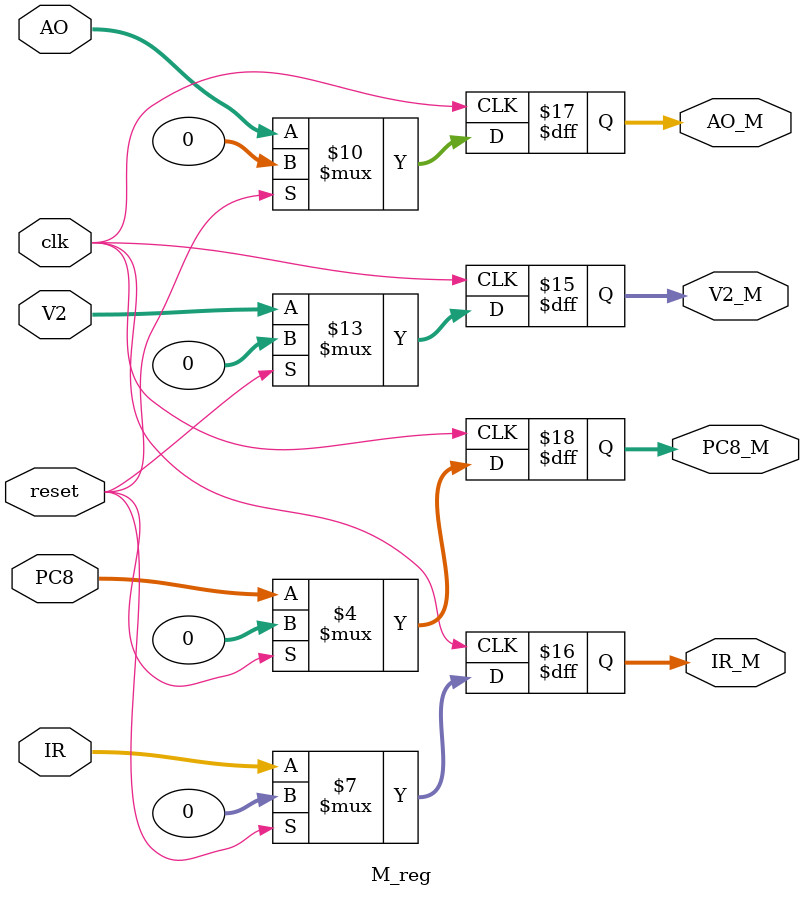
<source format=v>
`timescale 1ns / 1ps
module M_reg(
	input [31:0] V2,
	input [31:0] IR,
	input [31:0] AO,
	input [31:0] PC8,
	input clk,
	input reset,
	output reg [31:0] V2_M,
	output reg [31:0] IR_M,
	output reg [31:0] AO_M,
	output reg [31:0] PC8_M
    );
	 
	 initial begin
		V2_M=0;AO_M=0;
			IR_M=0;PC8_M=0;
	 end
	 
	 always @(posedge clk)begin
		if(reset)begin
			V2_M=0;AO_M=0;
			IR_M=0;PC8_M=0;
		end
		
		else begin
			V2_M=V2;AO_M=AO;
			IR_M=IR;PC8_M=PC8;
		end
	 end


endmodule

</source>
